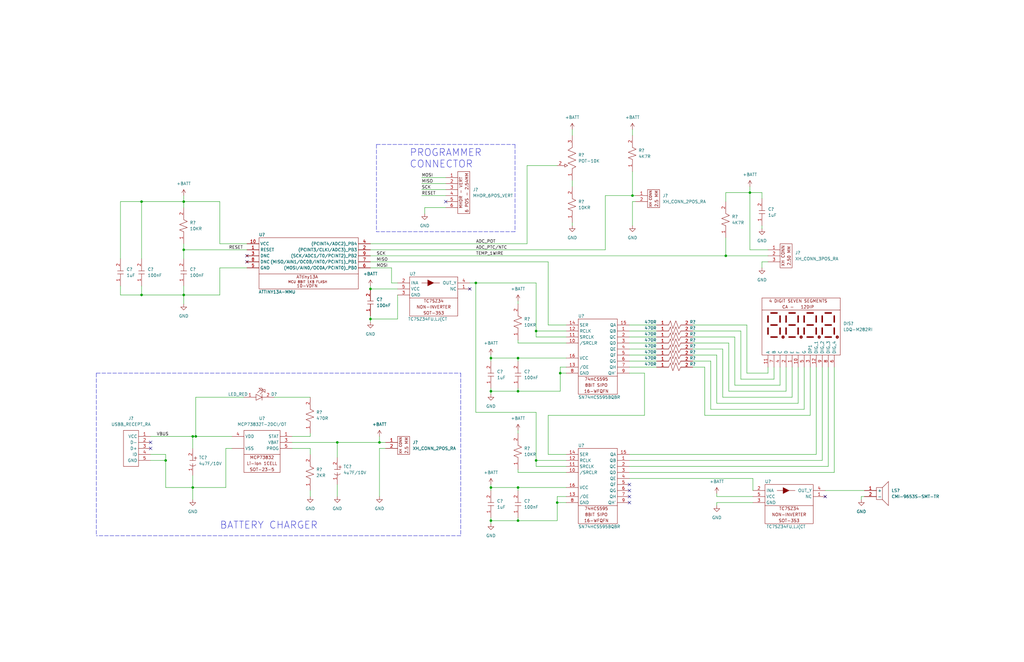
<source format=kicad_sch>
(kicad_sch (version 20211123) (generator eeschema)
  (paper "B")
  (title_block (title "Thermo Meter") (company "Siavash Taher Parvar") (comment 1 "Siavash Taher Parvar") (comment 2 "Siavash Taher Parvar") (comment 3 "Siavash Taher Parvar") (comment 8 "No Variant") (comment 9 "N/A"))
  (lib_symbols
    (symbol "10KR_1"
      (property "Reference" "R" (at 16.51 1.27 0))
      (property "Value" "10KR_1" (at -2.54 1.27 0))
      (symbol "10KR_1_0_1"
        (polyline (pts (xy 5.08 0) (xy 5.842 1.778) (xy 6.858 -1.524) (xy 8.128 1.778) (xy 9.398 -1.524) (xy 10.16 0)))
      )
      (symbol "10KR_1_1_1"
        (pin passive line (at 0 0 0) (length 5.08) (name "") (number "1"))
        (pin passive line (at 15.24 0 180) (length 5.08) (name "") (number "2"))
      )
    )
    (symbol "10KR_2"
      (property "Reference" "R" (at 16.51 1.27 0))
      (property "Value" "10KR_2" (at -2.54 1.27 0))
      (symbol "10KR_2_0_1"
        (polyline (pts (xy 5.08 0) (xy 5.842 1.778) (xy 6.858 -1.524) (xy 8.128 1.778) (xy 9.398 -1.524) (xy 10.16 0)))
      )
      (symbol "10KR_2_1_1"
        (pin passive line (at 0 0 0) (length 5.08) (name "") (number "1"))
        (pin passive line (at 15.24 0 180) (length 5.08) (name "") (number "2"))
      )
    )
    (symbol "10KR_3"
      (property "Reference" "R" (at 16.51 1.27 0))
      (property "Value" "10KR_3" (at -2.54 1.27 0))
      (symbol "10KR_3_0_1"
        (polyline (pts (xy 5.08 0) (xy 5.842 1.778) (xy 6.858 -1.524) (xy 8.128 1.778) (xy 9.398 -1.524) (xy 10.16 0)))
      )
      (symbol "10KR_3_1_1"
        (pin passive line (at 0 0 0) (length 5.08) (name "") (number "1"))
        (pin passive line (at 15.24 0 180) (length 5.08) (name "") (number "2"))
      )
    )
    (symbol "THERMOMeter_LIB:100nF"
      (property "Reference" "C" (at 1.27 6.35 0))
      (property "Value" "100nF" (at 3.81 -5.08 0))
      (symbol "100nF_0_1"
        (polyline (pts (xy -1.27 1.27) (xy 1.27 1.27)))
        (polyline (pts (xy -1.27 2.54) (xy 1.27 2.54)))
      )
      (symbol "100nF_1_1"
        (pin passive line (at 0 -3.81 90) (length 5.08) (name "") (number "1"))
        (pin passive line (at 0 7.62 270) (length 5.08) (name "") (number "2"))
      )
    )
    (symbol "THERMOMeter_LIB:10KR"
      (property "Reference" "R" (at 16.51 1.27 0))
      (property "Value" "10KR" (at -2.54 1.27 0))
      (symbol "10KR_0_1"
        (polyline (pts (xy 5.08 0) (xy 5.842 1.778) (xy 6.858 -1.524) (xy 8.128 1.778) (xy 9.398 -1.524) (xy 10.16 0)))
      )
      (symbol "10KR_1_1"
        (pin passive line (at 0 0 0) (length 5.08) (name "") (number "1"))
        (pin passive line (at 15.24 0 180) (length 5.08) (name "") (number "2"))
      )
    )
    (symbol "THERMOMeter_LIB:1uF"
      (property "Reference" "C" (at 1.27 3.81 0))
      (property "Value" "1uF" (at 1.27 -6.35 0))
      (symbol "1uF_0_1"
        (polyline (pts (xy -1.27 0) (xy 1.27 0)))
        (polyline (pts (xy -1.27 1.27) (xy 1.27 1.27)))
      )
      (symbol "1uF_1_1"
        (pin passive line (at 0 -5.08 90) (length 5.08) (name "") (number "1"))
        (pin passive line (at 0 6.35 270) (length 5.08) (name "") (number "2"))
      )
    )
    (symbol "THERMOMeter_LIB:2KR"
      (property "Reference" "R" (at 10.16 1.27 0))
      (property "Value" "2KR" (at -3.81 1.27 0))
      (symbol "2KR_0_1"
        (polyline (pts (xy 5.08 0) (xy 5.842 1.778) (xy 6.858 -1.524) (xy 8.128 1.778) (xy 9.398 -1.524) (xy 10.16 0)))
      )
      (symbol "2KR_1_1"
        (pin passive line (at 0 0 0) (length 5.08) (name "") (number "1"))
        (pin passive line (at 15.24 0 180) (length 5.08) (name "") (number "2"))
      )
    )
    (symbol "THERMOMeter_LIB:470R"
      (property "Reference" "R" (at 16.51 1.27 0))
      (property "Value" "470R" (at -2.54 1.27 0))
      (symbol "470R_0_1"
        (polyline (pts (xy 5.08 0) (xy 5.842 1.778) (xy 6.858 -1.524) (xy 8.128 1.778) (xy 9.398 -1.524) (xy 10.16 0)))
      )
      (symbol "470R_1_1"
        (pin passive line (at 0 0 0) (length 5.08) (name "") (number "1"))
        (pin passive line (at 15.24 0 180) (length 5.08) (name "") (number "2"))
      )
    )
    (symbol "THERMOMeter_LIB:4K7R"
      (property "Reference" "R" (at 0 0 0))
      (property "Value" "4K7R" (at 0 0 0))
      (symbol "4K7R_0_1"
        (polyline (pts (xy 6.35 0) (xy 7.112 1.778) (xy 8.128 -1.524) (xy 9.398 1.778) (xy 10.668 -1.524) (xy 11.43 0)))
      )
      (symbol "4K7R_1_1"
        (pin passive line (at 1.27 0 0) (length 5.08) (name "") (number "1"))
        (pin passive line (at 16.51 0 180) (length 5.08) (name "") (number "2"))
      )
    )
    (symbol "THERMOMeter_LIB:4u7F{slash}10V"
      (property "Reference" "TC" (at 6.35 2.54 0))
      (property "Value" "4u7F{slash}10V" (at 8.89 -2.54 0))
      (symbol "4u7F{slash}10V_0_0"
        (polyline (pts (xy 1.7747 2.2762) (xy 3.0447 2.2762)))
        (polyline (pts (xy 2.4222 1.6592) (xy 2.4222 2.9292)))
        (arc (start 0.0141 -0.5351) (mid 1.2841 -3.6013) (end 2.5541 -0.5351))
      )
      (symbol "4u7F{slash}10V_0_1"
        (polyline (pts (xy 0 1.27) (xy 2.54 1.27)))
      )
      (symbol "4u7F{slash}10V_1_1"
        (pin passive line (at 1.27 -5.08 90) (length 5.08) (name "") (number "1"))
        (pin passive line (at 1.27 6.35 270) (length 5.08) (name "") (number "2"))
      )
    )
    (symbol "THERMOMeter_LIB:ATTINY13A-MMU"
      (property "Reference" "U" (at 1.27 1.27 0))
      (property "Value" "ATTINY13A-MMU" (at 7.62 -22.86 0))
      (symbol "ATTINY13A-MMU_0_0"
        (text "10-VDFN" (at 20.32 -20.32 0) (effects (font (size 1.27 1.27))))
        (text "ATtiny13A" (at 20.32 -16.51 0) (effects (font (size 1.27 1.27))))
        (text "MCU 8BIT 1KB FLASH" (at 20.5135 -18.5967 0) (effects (font (size 1.016 1.016))))
      )
      (symbol "ATTINY13A-MMU_0_1"
        (polyline (pts (xy 41.91 -15.24) (xy 0 -15.24)))
        (rectangle (start 0 0) (end 41.91 -21.59))
      )
      (symbol "ATTINY13A-MMU_1_1"
        (pin passive line (at -5.08 -5.08 0) (length 5.08) (name "RESET") (number "1"))
        (pin power_in line (at -5.08 -2.54 0) (length 5.08) (name "VCC") (number "10"))
        (pin bidirectional line (at 46.99 -5.08 180) (length 5.08) (name "(PCINT3/CLKI/ADC3)_PB3") (number "2"))
        (pin no_connect line (at -5.08 -7.62 0) (length 5.08) (name "DNC") (number "3"))
        (pin bidirectional line (at 46.99 -2.54 180) (length 5.08) (name "(PCINT4/ADC2)_PB4") (number "4"))
        (pin power_in line (at -5.08 -12.7 0) (length 5.08) (name "GND") (number "5"))
        (pin bidirectional line (at 46.99 -12.7 180) (length 5.08) (name "(MOSI/AIN0/OC0A/PCINT0)_PB0") (number "6"))
        (pin bidirectional line (at 46.99 -10.16 180) (length 5.08) (name "(MISO/AIN1/OC0B/INT0/PCINT1)_PB1") (number "7"))
        (pin no_connect line (at -5.08 -10.16 0) (length 5.08) (name "DNC") (number "8"))
        (pin bidirectional line (at 46.99 -7.62 180) (length 5.08) (name "(SCK/ADC1/T0/PCINT2)_PB2") (number "9"))
      )
    )
    (symbol "THERMOMeter_LIB:CMI-9653S-SMT-TR"
      (property "Reference" "LS" (at 0 0 0))
      (property "Value" "CMI-9653S-SMT-TR" (at 11.43 5.08 0))
      (symbol "CMI-9653S-SMT-TR_0_0"
        (polyline (pts (xy 7.62 1.27) (xy 5.08 1.27) (xy 5.08 -3.81) (xy 7.62 -3.81)))
        (polyline (pts (xy 10.16 3.81) (xy 7.62 1.27) (xy 7.62 -3.81) (xy 10.16 -6.35) (xy 10.16 3.81)))
      )
      (symbol "CMI-9653S-SMT-TR_1_1"
        (pin output line (at 0 0 0) (length 5.08) (name "+") (number "1"))
        (pin output line (at 0 -2.54 0) (length 5.08) (name "-") (number "2"))
      )
    )
    (symbol "THERMOMeter_LIB:LDQ-M282RI"
      (property "Reference" "DIS" (at 2.54 3.81 0))
      (property "Value" "LDQ-M282RI" (at 5.08 6.35 0))
      (symbol "LDQ-M282RI_0_0"
        (polyline (pts (xy 0 -5.08) (xy 33.02 -5.08)))
        (polyline (pts (xy 2.54 -12.7) (xy 2.54 -15.24)) (stroke (width 0.635)))
        (polyline (pts (xy 2.54 -7.62) (xy 2.54 -10.16)) (stroke (width 0.635)))
        (polyline (pts (xy 3.81 -16.51) (xy 6.35 -16.51)) (stroke (width 0.635)))
        (polyline (pts (xy 3.81 -11.43) (xy 6.35 -11.43)) (stroke (width 0.635)))
        (polyline (pts (xy 3.81 -6.35) (xy 6.35 -6.35)) (stroke (width 0.635)))
        (polyline (pts (xy 7.62 -15.24) (xy 7.62 -12.7)) (stroke (width 0.635)))
        (polyline (pts (xy 7.62 -10.16) (xy 7.62 -7.62)) (stroke (width 0.635)))
        (polyline (pts (xy 10.16 -12.7) (xy 10.16 -15.24)) (stroke (width 0.635)))
        (polyline (pts (xy 10.16 -7.62) (xy 10.16 -10.16)) (stroke (width 0.635)))
        (polyline (pts (xy 11.43 -16.51) (xy 13.97 -16.51)) (stroke (width 0.635)))
        (polyline (pts (xy 11.43 -11.43) (xy 13.97 -11.43)) (stroke (width 0.635)))
        (polyline (pts (xy 11.43 -6.35) (xy 13.97 -6.35)) (stroke (width 0.635)))
        (polyline (pts (xy 15.24 -15.24) (xy 15.24 -12.7)) (stroke (width 0.635)))
        (polyline (pts (xy 15.24 -10.16) (xy 15.24 -7.62)) (stroke (width 0.635)))
        (polyline (pts (xy 17.78 -12.7) (xy 17.78 -15.24)) (stroke (width 0.635)))
        (polyline (pts (xy 17.78 -7.62) (xy 17.78 -10.16)) (stroke (width 0.635)))
        (polyline (pts (xy 19.05 -16.51) (xy 21.59 -16.51)) (stroke (width 0.635)))
        (polyline (pts (xy 19.05 -11.43) (xy 21.59 -11.43)) (stroke (width 0.635)))
        (polyline (pts (xy 19.05 -6.35) (xy 21.59 -6.35)) (stroke (width 0.635)))
        (polyline (pts (xy 22.86 -15.24) (xy 22.86 -12.7)) (stroke (width 0.635)))
        (polyline (pts (xy 22.86 -10.16) (xy 22.86 -7.62)) (stroke (width 0.635)))
        (polyline (pts (xy 25.4 -12.7) (xy 25.4 -15.24)) (stroke (width 0.635)))
        (polyline (pts (xy 25.4 -7.62) (xy 25.4 -10.16)) (stroke (width 0.635)))
        (polyline (pts (xy 26.67 -16.51) (xy 29.21 -16.51)) (stroke (width 0.635)))
        (polyline (pts (xy 26.67 -11.43) (xy 29.21 -11.43)) (stroke (width 0.635)))
        (polyline (pts (xy 26.67 -6.35) (xy 29.21 -6.35)) (stroke (width 0.635)))
        (polyline (pts (xy 30.48 -15.24) (xy 30.48 -12.7)) (stroke (width 0.635)))
        (polyline (pts (xy 30.48 -10.16) (xy 30.48 -7.62)) (stroke (width 0.635)))
        (rectangle (start 0 0) (end 33.02 -24.13))
        (circle (center 8.89 -16.51) (radius 0.4122) (stroke (width 0.508)))
        (circle (center 16.51 -16.51) (radius 0.4122) (stroke (width 0.508)))
        (circle (center 24.13 -16.51) (radius 0.4122) (stroke (width 0.508)))
        (circle (center 31.75 -16.51) (radius 0.4122) (stroke (width 0.508)))
        (text "4 DIGIT SEVEN SEGMENTS" (at 15.24 -1.27 0) (effects (font (size 1.27 1.27))))
        (text "CA -   12DIP" (at 15.24 -3.81 0) (effects (font (size 1.27 1.27))))
      )
      (symbol "LDQ-M282RI_1_1"
        (pin output line (at 12.7 -29.21 90) (length 5.08) (name "E") (number "1"))
        (pin output line (at 15.24 -29.21 90) (length 5.08) (name "F") (number "10"))
        (pin output line (at 2.54 -29.21 90) (length 5.08) (name "A") (number "11"))
        (pin power_in line (at 22.86 -29.21 90) (length 5.08) (name "DIG_1") (number "12"))
        (pin output line (at 10.16 -29.21 90) (length 5.08) (name "D") (number "2"))
        (pin output line (at 20.32 -29.21 90) (length 5.08) (name "DP1") (number "3"))
        (pin output line (at 7.62 -29.21 90) (length 5.08) (name "C") (number "4"))
        (pin output line (at 17.78 -29.21 90) (length 5.08) (name "G") (number "5"))
        (pin power_in line (at 30.48 -29.21 90) (length 5.08) (name "DIG_4") (number "6"))
        (pin output line (at 5.08 -29.21 90) (length 5.08) (name "B") (number "7"))
        (pin power_in line (at 27.94 -29.21 90) (length 5.08) (name "DIG_3") (number "8"))
        (pin power_in line (at 25.4 -29.21 90) (length 5.08) (name "DIG_2") (number "9"))
      )
    )
    (symbol "THERMOMeter_LIB:LED_RED"
      (property "Reference" "D" (at 20.32 1.27 0))
      (property "Value" "LED_RED" (at -7.62 1.27 0))
      (symbol "LED_RED_0_0"
        (polyline (pts (xy 5.6603 1.868) (xy 6.9303 3.138)))
        (polyline (pts (xy 6.8627 1.3551) (xy 8.1327 2.6251)))
        (polyline (pts (xy 7.62 1.27) (xy 7.62 -1.27)))
        (polyline (pts (xy 5.08 1.27) (xy 5.08 -1.27) (xy 7.62 0) (xy 5.08 1.27)))
        (polyline (pts (xy 6.35 3.81) (xy 7.62 2.54) (xy 7.62 3.81) (xy 6.35 3.81)))
        (polyline (pts (xy 7.6408 3.2826) (xy 8.9108 2.0126) (xy 8.9108 3.2826) (xy 7.6408 3.2826)))
      )
      (symbol "LED_RED_1_1"
        (pin passive line (at 0 0 0) (length 5.08) (name "") (number "1"))
        (pin passive line (at 12.7 0 180) (length 5.08) (name "") (number "2"))
      )
    )
    (symbol "THERMOMeter_LIB:MCP73832T-2DCI{slash}OT"
      (property "Reference" "U" (at 1.27 6.35 0))
      (property "Value" "MCP73832T-2DCI{slash}OT" (at 6.35 3.81 0))
      (symbol "MCP73832T-2DCI{slash}OT_0_0"
        (polyline (pts (xy 15.24 -10.16) (xy 0 -10.16)))
        (rectangle (start 0 0) (end 15.24 -17.78))
        (text "Li-Ion 1CELL" (at 7.62 -13.97 0) (effects (font (size 1.27 1.27))))
        (text "MCP73832" (at 7.62 -11.43 0) (effects (font (size 1.27 1.27))))
        (text "SOT-23-5" (at 7.62 -16.51 0) (effects (font (size 1.27 1.27))))
      )
      (symbol "MCP73832T-2DCI{slash}OT_1_1"
        (pin power_out line (at -5.08 -7.62 0) (length 5.08) (name "VSS") (number ""))
        (pin output line (at 20.32 -2.54 180) (length 5.08) (name "STAT") (number "1"))
        (pin power_out line (at 20.32 -5.08 180) (length 5.08) (name "VBAT") (number "3"))
        (pin power_in line (at -5.08 -2.54 0) (length 5.08) (name "VDD") (number "4"))
        (pin passive line (at 20.32 -7.62 180) (length 5.08) (name "PROG") (number "5"))
      )
    )
    (symbol "THERMOMeter_LIB:MHDR_6POS_VERT"
      (property "Reference" "J" (at 0 11.43 0))
      (property "Value" "MHDR_6POS_VERT" (at 5.08 8.89 0))
      (symbol "MHDR_6POS_VERT_0_0"
        (rectangle (start 0 0) (end 5.08 -17.78))
        (text "6 POS - 2.54MM" (at 3.81 -8.89 900) (effects (font (size 1.27 1.27))))
        (text "MHDR - VERT" (at 1.27 -8.89 900) (effects (font (size 1.27 1.27))))
      )
      (symbol "MHDR_6POS_VERT_1_1"
        (pin passive line (at -5.08 -2.54 0) (length 5.08) (name "") (number "1"))
        (pin passive line (at -5.08 -5.08 0) (length 5.08) (name "") (number "2"))
        (pin passive line (at -5.08 -7.62 0) (length 5.08) (name "") (number "3"))
        (pin passive line (at -5.08 -10.16 0) (length 5.08) (name "") (number "4"))
        (pin passive line (at -5.08 -12.7 0) (length 5.08) (name "") (number "5"))
        (pin passive line (at -5.08 -15.24 0) (length 5.08) (name "") (number "6"))
      )
    )
    (symbol "THERMOMeter_LIB:POT-10K"
      (property "Reference" "R" (at 19.05 1.27 0))
      (property "Value" "POT-10K" (at -3.81 1.27 0))
      (symbol "POT-10K_0_0"
        (polyline (pts (xy 6.35 -3.81) (xy 6.35 -3.175)))
        (polyline (pts (xy 5.715 -3.175) (xy 6.35 -1.905) (xy 6.985 -3.175) (xy 5.715 -3.175)))
      )
      (symbol "POT-10K_0_1"
        (polyline (pts (xy 10.795 0) (xy 10.033 -1.778) (xy 8.636 1.524) (xy 7.366 -1.778) (xy 5.842 1.524) (xy 5.08 0)))
        (polyline (pts (xy 13.97 0) (xy 13.97 0) (xy 13.97 0) (xy 12.8274 -1.7727) (xy 11.4743 1.5517) (xy 10.795 0)))
      )
      (symbol "POT-10K_1_1"
        (pin passive line (at 0 0 0) (length 5.08) (name "") (number "1"))
        (pin passive line (at 6.35 -6.35 90) (length 2.54) (name "") (number "2"))
        (pin passive line (at 19.05 0 180) (length 5.08) (name "") (number "3"))
      )
    )
    (symbol "THERMOMeter_LIB:SN74HCS595BQBR"
      (property "Reference" "U" (at 1.27 1.27 0))
      (property "Value" "SN74HCS595BQBR" (at 8.89 -33.02 0))
      (symbol "SN74HCS595BQBR_0_0"
        (polyline (pts (xy 0 -24.13) (xy 16.51 -24.13)))
        (rectangle (start 0 0) (end 16.51 -31.75))
        (text "16-WFQFN" (at 7.62 -30.48 0) (effects (font (size 1.27 1.27))))
        (text "74HCS595" (at 7.62 -25.4 0) (effects (font (size 1.27 1.27))))
        (text "8BIT SIPO" (at 7.62 -27.94 0) (effects (font (size 1.27 1.27))))
      )
      (symbol "SN74HCS595BQBR_1_1"
        (pin output line (at 21.59 -5.08 180) (length 5.08) (name "QB") (number "1"))
        (pin input line (at -5.08 -10.16 0) (length 5.08) (name "/SRCLR") (number "10"))
        (pin input line (at -5.08 -7.62 0) (length 5.08) (name "SRCLK") (number "11"))
        (pin input line (at -5.08 -5.08 0) (length 5.08) (name "RCLK") (number "12"))
        (pin input line (at -5.08 -20.32 0) (length 5.08) (name "/OE") (number "13"))
        (pin input line (at -5.08 -2.54 0) (length 5.08) (name "SER") (number "14"))
        (pin output line (at 21.59 -2.54 180) (length 5.08) (name "QA") (number "15"))
        (pin power_in line (at -5.08 -16.51 0) (length 5.08) (name "VCC") (number "16"))
        (pin output line (at 21.59 -7.62 180) (length 5.08) (name "QC") (number "2"))
        (pin output line (at 21.59 -10.16 180) (length 5.08) (name "QD") (number "3"))
        (pin output line (at 21.59 -12.7 180) (length 5.08) (name "QE") (number "4"))
        (pin output line (at 21.59 -15.24 180) (length 5.08) (name "QF") (number "5"))
        (pin output line (at 21.59 -17.78 180) (length 5.08) (name "QG") (number "6"))
        (pin output line (at 21.59 -20.32 180) (length 5.08) (name "QH") (number "7"))
        (pin power_out line (at -5.08 -22.86 0) (length 5.08) (name "GND") (number "8"))
        (pin output line (at 21.59 -22.86 180) (length 5.08) (name "QH'") (number "9"))
      )
    )
    (symbol "THERMOMeter_LIB:TC7SZ34FU,LJ(CT"
      (property "Reference" "U" (at 0 1.27 0))
      (property "Value" "TC7SZ34FU,LJ(CT" (at 7.62 -17.78 0))
      (symbol "TC7SZ34FU,LJ(CT_0_0"
        (polyline (pts (xy 0 -8.89) (xy 20.32 -8.89)))
        (polyline (pts (xy 7.62 -2.54) (xy 5.08 -2.54)))
        (polyline (pts (xy 10.16 -2.54) (xy 12.7 -2.54)))
        (polyline (pts (xy 7.62 -1.27) (xy 7.62 -3.81) (xy 10.16 -2.54) (xy 7.62 -1.27)) (fill (type outline)))
        (rectangle (start 0 0) (end 20.32 -16.51))
        (text "NON-INVERTER" (at 10.16 -12.7 0) (effects (font (size 1.27 1.27))))
        (text "SOT-353" (at 10.16 -15.24 0) (effects (font (size 1.27 1.27))))
        (text "TC7SZ34" (at 10.16 -10.16 0) (effects (font (size 1.27 1.27))))
      )
      (symbol "TC7SZ34FU,LJ(CT_1_1"
        (pin no_connect line (at 25.4 -5.08 180) (length 5.08) (name "NC") (number "1"))
        (pin input line (at -5.08 -2.54 0) (length 5.08) (name "INA") (number "2"))
        (pin power_out line (at -5.08 -7.62 0) (length 5.08) (name "GND") (number "3"))
        (pin output line (at 25.4 -2.54 180) (length 5.08) (name "OUT_Y") (number "4"))
        (pin power_in line (at -5.08 -5.08 0) (length 5.08) (name "VCC") (number "5"))
      )
    )
    (symbol "THERMOMeter_LIB:USBB_RECEPT_RA"
      (property "Reference" "J" (at 15.24 7.62 0))
      (property "Value" "USBB_RECEPT_RA" (at 6.35 7.62 0))
      (symbol "USBB_RECEPT_RA_0_0"
        (rectangle (start 0 0) (end 6.35 -15.24))
      )
      (symbol "USBB_RECEPT_RA_1_1"
        (pin power_in line (at 11.43 -2.54 180) (length 5.08) (name "VCC") (number "1"))
        (pin bidirectional line (at 11.43 -5.08 180) (length 5.08) (name "D-") (number "2"))
        (pin bidirectional line (at 11.43 -7.62 180) (length 5.08) (name "D+") (number "3"))
        (pin passive line (at 11.43 -10.16 180) (length 5.08) (name "ID") (number "4"))
        (pin power_out line (at 11.43 -12.7 180) (length 5.08) (name "GND") (number "5"))
      )
    )
    (symbol "THERMOMeter_LIB:XH_CONN_2POS_RA"
      (property "Reference" "J" (at 2.54 5.08 0))
      (property "Value" "XH_CONN_2POS_RA" (at 1.27 12.7 0))
      (symbol "XH_CONN_2POS_RA_0_0"
        (text "2.5 MM" (at 3.81 -3.81 900) (effects (font (size 1.27 1.27))))
        (text "XH CONN" (at 1.27 -3.81 900) (effects (font (size 1.016 1.016))))
      )
      (symbol "XH_CONN_2POS_RA_0_1"
        (rectangle (start 0 0) (end 5.08 -7.62))
      )
      (symbol "XH_CONN_2POS_RA_1_1"
        (pin passive line (at -5.08 -2.54 0) (length 5.08) (name "") (number "1"))
        (pin passive line (at -5.08 -5.08 0) (length 5.08) (name "") (number "2"))
      )
    )
    (symbol "THERMOMeter_LIB:XH_CONN_3POS_RA"
      (property "Reference" "J" (at 12.7 6.35 0))
      (property "Value" "XH_CONN_3POS_RA" (at -8.89 5.08 0))
      (symbol "XH_CONN_3POS_RA_0_0"
        (rectangle (start 0 0) (end 5.08 -10.16))
        (text "2.50 MM" (at 3.81 -5.08 900) (effects (font (size 1.27 1.27))))
        (text "XH CONN" (at 1.27 -5.08 900) (effects (font (size 1.27 1.27))))
      )
      (symbol "XH_CONN_3POS_RA_1_1"
        (pin passive line (at -5.08 -2.54 0) (length 5.08) (name "") (number "1"))
        (pin passive line (at -5.08 -5.08 0) (length 5.08) (name "") (number "2"))
        (pin passive line (at -5.08 -7.62 0) (length 5.08) (name "") (number "3"))
      )
    )
    (symbol "power:+BATT" (power) (pin_names (offset 0))
      (property "Value" "+BATT" (at 0 3.556 0))
      (symbol "+BATT_0_1"
        (polyline (pts (xy -0.762 1.27) (xy 0 2.54)))
        (polyline (pts (xy 0 0) (xy 0 2.54)))
        (polyline (pts (xy 0 2.54) (xy 0.762 1.27)))
      )
      (symbol "+BATT_1_1"
        (pin power_in line (at 0 0 90) (length 0) hide (name "+BATT") (number "1"))
      )
    )
    (symbol "power:GND" (power) (pin_names (offset 0))
      (property "Value" "GND" (at 0 -3.81 0))
      (symbol "GND_0_1"
        (polyline (pts (xy 0 0) (xy 0 -1.27) (xy 1.27 -1.27) (xy 0 -2.54) (xy -1.27 -1.27) (xy 0 -1.27)))
      )
      (symbol "GND_1_1"
        (pin power_in line (at 0 0 270) (length 0) hide (name "GND") (number "1"))
      )
    )
  )
  (junction (at 218.44 205.74))
  (junction (at 226.06 194.31))
  (junction (at 218.44 165.1))
  (junction (at 207.01 151.13))
  (junction (at 82.55 184.15))
  (junction (at 207.01 219.71))
  (junction (at 81.28 184.15))
  (junction (at 306.07 107.95))
  (junction (at 160.02 186.69))
  (junction (at 156.21 134.62))
  (junction (at 218.44 151.13))
  (junction (at 234.95 212.09))
  (junction (at 59.69 85.09))
  (junction (at 77.47 85.09))
  (junction (at 207.01 205.74))
  (junction (at 226.06 139.7))
  (junction (at 266.7 82.55))
  (junction (at 77.47 124.46))
  (junction (at 316.23 81.28))
  (junction (at 218.44 219.71))
  (junction (at 69.85 194.31))
  (junction (at 236.22 157.48))
  (junction (at 200.66 119.38))
  (junction (at 59.69 124.46))
  (junction (at 207.01 165.1))
  (junction (at 142.24 186.69))
  (junction (at 77.47 105.41))
  (junction (at 156.21 121.92))
  (junction (at 81.28 205.74))
  (no_connect (at 198.12 121.92))
  (no_connect (at 187.96 85.09))
  (no_connect (at 265.43 204.47))
  (no_connect (at 265.43 207.01))
  (no_connect (at 265.43 209.55))
  (no_connect (at 265.43 212.09))
  (no_connect (at 104.14 107.95))
  (no_connect (at 104.14 110.49))
  (no_connect (at 63.5 186.69))
  (no_connect (at 63.5 189.23))
  (no_connect (at 347.98 209.55))
  (wire (pts (xy 234.95 209.55) (xy 234.95 212.09)))
  (wire (pts (xy 130.81 184.15) (xy 130.81 182.88)))
  (wire (pts (xy 231.14 175.26) (xy 231.14 191.77)))
  (wire (pts (xy 317.5 201.93) (xy 317.5 207.01)))
  (wire (pts (xy 77.47 124.46) (xy 77.47 128.27)))
  (wire (pts (xy 63.5 194.31) (xy 69.85 194.31)))
  (wire (pts (xy 336.55 154.94) (xy 336.55 170.18)))
  (wire (pts (xy 321.31 113.03) (xy 321.31 110.49)))
  (wire (pts (xy 238.76 137.16) (xy 231.14 137.16)))
  (wire (pts (xy 59.69 85.09) (xy 77.47 85.09)))
  (wire (pts (xy 241.3 93.98) (xy 241.3 95.25)))
  (wire (pts (xy 344.17 191.77) (xy 265.43 191.77)))
  (wire (pts (xy 59.69 109.22) (xy 59.69 85.09)))
  (polyline (pts (xy 158.75 60.96) (xy 158.75 97.79)))
  (wire (pts (xy 238.76 212.09) (xy 234.95 212.09)))
  (wire (pts (xy 95.25 189.23) (xy 95.25 205.74)))
  (wire (pts (xy 292.1 154.94) (xy 297.18 154.94)))
  (wire (pts (xy 302.26 212.09) (xy 317.5 212.09)))
  (wire (pts (xy 207.01 205.74) (xy 218.44 205.74)))
  (wire (pts (xy 156.21 110.49) (xy 231.14 110.49)))
  (wire (pts (xy 177.8 82.55) (xy 187.96 82.55)))
  (polyline (pts (xy 40.64 157.48) (xy 194.31 157.48)))
  (wire (pts (xy 142.24 186.69) (xy 142.24 193.04)))
  (wire (pts (xy 177.8 77.47) (xy 187.96 77.47)))
  (wire (pts (xy 200.66 173.99) (xy 200.66 119.38)))
  (wire (pts (xy 187.96 87.63) (xy 179.07 87.63)))
  (wire (pts (xy 265.43 139.7) (xy 276.86 139.7)))
  (wire (pts (xy 69.85 194.31) (xy 69.85 205.74)))
  (wire (pts (xy 238.76 199.39) (xy 218.44 199.39)))
  (wire (pts (xy 351.79 199.39) (xy 351.79 154.94)))
  (wire (pts (xy 218.44 151.13) (xy 207.01 151.13)))
  (wire (pts (xy 316.23 81.28) (xy 316.23 105.41)))
  (wire (pts (xy 81.28 205.74) (xy 81.28 210.82)))
  (wire (pts (xy 302.26 208.28) (xy 302.26 209.55)))
  (wire (pts (xy 115.57 167.64) (xy 130.81 167.64)))
  (polyline (pts (xy 40.64 157.48) (xy 40.64 226.06)))
  (wire (pts (xy 292.1 147.32) (xy 304.8 147.32)))
  (wire (pts (xy 160.02 186.69) (xy 142.24 186.69)))
  (wire (pts (xy 77.47 82.55) (xy 77.47 85.09)))
  (wire (pts (xy 297.18 175.26) (xy 341.63 175.26)))
  (wire (pts (xy 328.93 162.56) (xy 328.93 154.94)))
  (wire (pts (xy 200.66 119.38) (xy 226.06 119.38)))
  (wire (pts (xy 292.1 142.24) (xy 309.88 142.24)))
  (wire (pts (xy 292.1 137.16) (xy 314.96 137.16)))
  (wire (pts (xy 238.76 151.13) (xy 218.44 151.13)))
  (wire (pts (xy 165.1 113.03) (xy 165.1 119.38)))
  (wire (pts (xy 306.07 100.33) (xy 306.07 107.95)))
  (wire (pts (xy 130.81 207.01) (xy 130.81 209.55)))
  (wire (pts (xy 82.55 167.64) (xy 102.87 167.64)))
  (wire (pts (xy 162.56 186.69) (xy 160.02 186.69)))
  (wire (pts (xy 265.43 152.4) (xy 276.86 152.4)))
  (wire (pts (xy 321.31 110.49) (xy 323.85 110.49)))
  (wire (pts (xy 314.96 137.16) (xy 314.96 157.48)))
  (wire (pts (xy 238.76 191.77) (xy 231.14 191.77)))
  (wire (pts (xy 218.44 144.78) (xy 238.76 144.78)))
  (wire (pts (xy 50.8 109.22) (xy 50.8 85.09)))
  (wire (pts (xy 81.28 184.15) (xy 82.55 184.15)))
  (wire (pts (xy 226.06 139.7) (xy 226.06 142.24)))
  (wire (pts (xy 156.21 121.92) (xy 156.21 120.65)))
  (wire (pts (xy 207.01 165.1) (xy 207.01 166.37)))
  (wire (pts (xy 302.26 170.18) (xy 336.55 170.18)))
  (wire (pts (xy 236.22 154.94) (xy 236.22 157.48)))
  (wire (pts (xy 92.71 124.46) (xy 77.47 124.46)))
  (wire (pts (xy 299.72 172.72) (xy 339.09 172.72)))
  (wire (pts (xy 160.02 184.15) (xy 160.02 186.69)))
  (wire (pts (xy 306.07 107.95) (xy 323.85 107.95)))
  (wire (pts (xy 302.26 212.09) (xy 302.26 213.36)))
  (wire (pts (xy 316.23 78.74) (xy 316.23 81.28)))
  (wire (pts (xy 344.17 154.94) (xy 344.17 191.77)))
  (wire (pts (xy 265.43 194.31) (xy 346.71 194.31)))
  (wire (pts (xy 363.22 209.55) (xy 363.22 210.82)))
  (wire (pts (xy 207.01 219.71) (xy 207.01 218.44)))
  (wire (pts (xy 142.24 204.47) (xy 142.24 209.55)))
  (wire (pts (xy 207.01 151.13) (xy 207.01 152.4)))
  (wire (pts (xy 292.1 152.4) (xy 299.72 152.4)))
  (wire (pts (xy 309.88 162.56) (xy 328.93 162.56)))
  (wire (pts (xy 81.28 189.23) (xy 81.28 184.15)))
  (wire (pts (xy 81.28 200.66) (xy 81.28 205.74)))
  (wire (pts (xy 226.06 173.99) (xy 200.66 173.99)))
  (wire (pts (xy 231.14 110.49) (xy 231.14 137.16)))
  (polyline (pts (xy 194.31 226.06) (xy 40.64 226.06)))
  (wire (pts (xy 77.47 105.41) (xy 77.47 109.22)))
  (wire (pts (xy 226.06 139.7) (xy 238.76 139.7)))
  (wire (pts (xy 167.64 124.46) (xy 167.64 134.62)))
  (wire (pts (xy 236.22 165.1) (xy 218.44 165.1)))
  (wire (pts (xy 63.5 191.77) (xy 69.85 191.77)))
  (polyline (pts (xy 217.17 97.79) (xy 158.75 97.79)))
  (wire (pts (xy 160.02 189.23) (xy 162.56 189.23)))
  (wire (pts (xy 104.14 105.41) (xy 77.47 105.41)))
  (wire (pts (xy 238.76 154.94) (xy 236.22 154.94)))
  (wire (pts (xy 266.7 82.55) (xy 267.97 82.55)))
  (wire (pts (xy 123.19 186.69) (xy 142.24 186.69)))
  (wire (pts (xy 218.44 143.51) (xy 218.44 144.78)))
  (wire (pts (xy 266.7 54.61) (xy 266.7 57.15)))
  (wire (pts (xy 50.8 85.09) (xy 59.69 85.09)))
  (wire (pts (xy 218.44 151.13) (xy 218.44 152.4)))
  (wire (pts (xy 156.21 134.62) (xy 156.21 135.89)))
  (wire (pts (xy 292.1 144.78) (xy 307.34 144.78)))
  (wire (pts (xy 241.3 54.61) (xy 241.3 57.15)))
  (wire (pts (xy 165.1 119.38) (xy 167.64 119.38)))
  (wire (pts (xy 267.97 85.09) (xy 266.7 85.09)))
  (wire (pts (xy 222.25 102.87) (xy 156.21 102.87)))
  (wire (pts (xy 265.43 142.24) (xy 276.86 142.24)))
  (wire (pts (xy 266.7 72.39) (xy 266.7 82.55)))
  (wire (pts (xy 321.31 83.82) (xy 321.31 81.28)))
  (wire (pts (xy 59.69 124.46) (xy 77.47 124.46)))
  (wire (pts (xy 292.1 139.7) (xy 312.42 139.7)))
  (wire (pts (xy 104.14 102.87) (xy 92.71 102.87)))
  (wire (pts (xy 234.95 219.71) (xy 218.44 219.71)))
  (wire (pts (xy 82.55 167.64) (xy 82.55 184.15)))
  (wire (pts (xy 218.44 163.83) (xy 218.44 165.1)))
  (wire (pts (xy 299.72 152.4) (xy 299.72 172.72)))
  (wire (pts (xy 349.25 196.85) (xy 349.25 154.94)))
  (wire (pts (xy 226.06 194.31) (xy 238.76 194.31)))
  (wire (pts (xy 265.43 157.48) (xy 271.78 157.48)))
  (wire (pts (xy 177.8 80.01) (xy 187.96 80.01)))
  (wire (pts (xy 198.12 119.38) (xy 200.66 119.38)))
  (wire (pts (xy 167.64 121.92) (xy 156.21 121.92)))
  (wire (pts (xy 222.25 69.85) (xy 222.25 102.87)))
  (wire (pts (xy 97.79 189.23) (xy 95.25 189.23)))
  (wire (pts (xy 123.19 189.23) (xy 130.81 189.23)))
  (wire (pts (xy 331.47 165.1) (xy 331.47 154.94)))
  (wire (pts (xy 207.01 149.86) (xy 207.01 151.13)))
  (wire (pts (xy 255.27 82.55) (xy 266.7 82.55)))
  (wire (pts (xy 156.21 134.62) (xy 167.64 134.62)))
  (wire (pts (xy 238.76 209.55) (xy 234.95 209.55)))
  (wire (pts (xy 222.25 69.85) (xy 234.95 69.85)))
  (wire (pts (xy 312.42 160.02) (xy 326.39 160.02)))
  (wire (pts (xy 265.43 144.78) (xy 276.86 144.78)))
  (wire (pts (xy 265.43 154.94) (xy 276.86 154.94)))
  (wire (pts (xy 347.98 207.01) (xy 364.49 207.01)))
  (wire (pts (xy 238.76 157.48) (xy 236.22 157.48)))
  (wire (pts (xy 364.49 209.55) (xy 363.22 209.55)))
  (wire (pts (xy 59.69 120.65) (xy 59.69 124.46)))
  (wire (pts (xy 77.47 124.46) (xy 77.47 120.65)))
  (wire (pts (xy 306.07 81.28) (xy 316.23 81.28)))
  (wire (pts (xy 50.8 120.65) (xy 50.8 124.46)))
  (wire (pts (xy 341.63 175.26) (xy 341.63 154.94)))
  (wire (pts (xy 304.8 147.32) (xy 304.8 167.64)))
  (wire (pts (xy 302.26 149.86) (xy 302.26 170.18)))
  (wire (pts (xy 50.8 124.46) (xy 59.69 124.46)))
  (wire (pts (xy 321.31 95.25) (xy 321.31 96.52)))
  (wire (pts (xy 218.44 218.44) (xy 218.44 219.71)))
  (wire (pts (xy 271.78 157.48) (xy 271.78 175.26)))
  (wire (pts (xy 77.47 85.09) (xy 77.47 87.63)))
  (wire (pts (xy 346.71 194.31) (xy 346.71 154.94)))
  (wire (pts (xy 95.25 205.74) (xy 81.28 205.74)))
  (wire (pts (xy 92.71 85.09) (xy 77.47 85.09)))
  (wire (pts (xy 321.31 81.28) (xy 316.23 81.28)))
  (wire (pts (xy 265.43 137.16) (xy 276.86 137.16)))
  (wire (pts (xy 104.14 113.03) (xy 92.71 113.03)))
  (wire (pts (xy 314.96 157.48) (xy 323.85 157.48)))
  (wire (pts (xy 207.01 219.71) (xy 207.01 220.98)))
  (wire (pts (xy 312.42 139.7) (xy 312.42 160.02)))
  (wire (pts (xy 218.44 127) (xy 218.44 128.27)))
  (wire (pts (xy 82.55 184.15) (xy 97.79 184.15)))
  (wire (pts (xy 207.01 204.47) (xy 207.01 205.74)))
  (wire (pts (xy 226.06 173.99) (xy 226.06 194.31)))
  (wire (pts (xy 92.71 102.87) (xy 92.71 85.09)))
  (polyline (pts (xy 158.75 60.96) (xy 217.17 60.96)))
  (wire (pts (xy 266.7 85.09) (xy 266.7 95.25)))
  (wire (pts (xy 156.21 107.95) (xy 306.07 107.95)))
  (wire (pts (xy 292.1 149.86) (xy 302.26 149.86)))
  (wire (pts (xy 304.8 167.64) (xy 334.01 167.64)))
  (wire (pts (xy 130.81 189.23) (xy 130.81 191.77)))
  (wire (pts (xy 316.23 105.41) (xy 323.85 105.41)))
  (wire (pts (xy 77.47 105.41) (xy 77.47 102.87)))
  (wire (pts (xy 207.01 165.1) (xy 207.01 163.83)))
  (wire (pts (xy 265.43 147.32) (xy 276.86 147.32)))
  (wire (pts (xy 238.76 205.74) (xy 218.44 205.74)))
  (wire (pts (xy 69.85 205.74) (xy 81.28 205.74)))
  (wire (pts (xy 339.09 172.72) (xy 339.09 154.94)))
  (wire (pts (xy 234.95 212.09) (xy 234.95 219.71)))
  (wire (pts (xy 177.8 74.93) (xy 187.96 74.93)))
  (wire (pts (xy 334.01 167.64) (xy 334.01 154.94)))
  (wire (pts (xy 297.18 154.94) (xy 297.18 175.26)))
  (wire (pts (xy 156.21 113.03) (xy 165.1 113.03)))
  (wire (pts (xy 238.76 142.24) (xy 226.06 142.24)))
  (wire (pts (xy 218.44 165.1) (xy 207.01 165.1)))
  (wire (pts (xy 179.07 87.63) (xy 179.07 90.17)))
  (wire (pts (xy 323.85 157.48) (xy 323.85 154.94)))
  (wire (pts (xy 218.44 198.12) (xy 218.44 199.39)))
  (wire (pts (xy 307.34 165.1) (xy 331.47 165.1)))
  (wire (pts (xy 307.34 144.78) (xy 307.34 165.1)))
  (wire (pts (xy 265.43 201.93) (xy 317.5 201.93)))
  (wire (pts (xy 218.44 219.71) (xy 207.01 219.71)))
  (polyline (pts (xy 194.31 157.48) (xy 194.31 226.06)))
  (wire (pts (xy 160.02 209.55) (xy 160.02 189.23)))
  (wire (pts (xy 226.06 119.38) (xy 226.06 139.7)))
  (wire (pts (xy 306.07 85.09) (xy 306.07 81.28)))
  (wire (pts (xy 265.43 149.86) (xy 276.86 149.86)))
  (wire (pts (xy 265.43 196.85) (xy 349.25 196.85)))
  (wire (pts (xy 63.5 184.15) (xy 81.28 184.15)))
  (polyline (pts (xy 217.17 60.96) (xy 217.17 97.79)))
  (wire (pts (xy 302.26 209.55) (xy 317.5 209.55)))
  (wire (pts (xy 265.43 199.39) (xy 351.79 199.39)))
  (wire (pts (xy 226.06 196.85) (xy 226.06 194.31)))
  (wire (pts (xy 156.21 134.62) (xy 156.21 133.35)))
  (wire (pts (xy 218.44 181.61) (xy 218.44 182.88)))
  (wire (pts (xy 238.76 196.85) (xy 226.06 196.85)))
  (wire (pts (xy 69.85 191.77) (xy 69.85 194.31)))
  (wire (pts (xy 236.22 157.48) (xy 236.22 165.1)))
  (wire (pts (xy 255.27 105.41) (xy 255.27 82.55)))
  (wire (pts (xy 231.14 175.26) (xy 271.78 175.26)))
  (wire (pts (xy 326.39 160.02) (xy 326.39 154.94)))
  (wire (pts (xy 123.19 184.15) (xy 130.81 184.15)))
  (wire (pts (xy 218.44 205.74) (xy 218.44 207.01)))
  (wire (pts (xy 92.71 113.03) (xy 92.71 124.46)))
  (wire (pts (xy 241.3 76.2) (xy 241.3 78.74)))
  (wire (pts (xy 309.88 142.24) (xy 309.88 162.56)))
  (wire (pts (xy 156.21 105.41) (xy 255.27 105.41)))
  (wire (pts (xy 207.01 207.01) (xy 207.01 205.74)))
  (text "BATTERY CHARGER" (at 92.71 223.52 0) (effects (font (size 3 3)) (justify left bottom)))
  (text "PROGRAMMER\nCONNECTOR" (at 172.72 71.12 0) (effects (font (size 3 3)) (justify left bottom)))
  (label "TEMP_1WIRE" (at 200.66 107.95 0))
  (label "SCK" (at 177.8 80.01 0))
  (label "RESET" (at 177.8 82.55 0))
  (label "MISO" (at 158.75 110.49 0))
  (label "ADC_PTC{slash}NTC" (at 200.66 105.41 0))
  (label "SCK" (at 158.75 107.95 0))
  (label "VBUS" (at 66.04 184.15 0))
  (label "ADC_POT" (at 200.66 102.87 0))
  (label "MISO" (at 177.8 77.47 0))
  (label "MOSI" (at 158.75 113.03 0))
  (label "RESET" (at 96.52 105.41 0))
  (label "MOSI" (at 177.8 74.93 0))
  (symbol (lib_id "THERMOMeter_LIB:470R") (at 276.86 142.24 0) (unit 1)
    (property "Reference" "R?" (at 292.1 140.97 0))
    (property "Value" "470R" (at 274.32 140.97 0))
    (property "Datasheet" "https://www.seielect.com/catalog/sei-rmcf_rmcp.pdf" (effects hide))
  )
  (symbol (lib_id "THERMOMeter_LIB:2KR") (at 130.81 207.01 90) (unit 1)
    (property "Reference" "R?" (at 133.35 198.1199 90) (effects (justify right)))
    (property "Value" "2KR" (at 133.35 200.6599 90) (effects (justify right)))
    (property "Datasheet" "https://www.seielect.com/catalog/sei-rmcf_rmcp.pdf" (effects hide))
  )
  (symbol (lib_id "THERMOMeter_LIB:CMI-9653S-SMT-TR") (at 364.49 207.01 0) (unit 1)
    (property "Reference" "LS?" (at 375.92 207.0099 0) (effects (justify left)))
    (property "Value" "CMI-9653S-SMT-TR" (at 375.92 209.5499 0) (effects (justify left)))
    (property "Datasheet" "https://www.cuidevices.com/product/resource/cmi-9653s-smt-tr.pdf" (effects hide))
  )
  (symbol (lib_id "THERMOMeter_LIB:XH_CONN_2POS_RA") (at 273.05 80.01 0) (unit 1)
    (property "Reference" "J?" (at 279.4 82.5499 0) (effects (justify left)))
    (property "Value" "XH_CONN_2POS_RA" (at 279.4 85.0899 0) (effects (justify left)))
    (property "Datasheet" "https://www.jst-mfg.com/product/pdf/eng/eXH.pdf" (effects hide))
  )
  (symbol (lib_id "power:GND") (at 241.3 95.25 0) (unit 1)
    (property "Reference" "#PWR?" (effects hide))
    (property "Value" "GND" (at 241.3 100.33 0))
  )
  (symbol (lib_id "power:+BATT") (at 156.21 120.65 0) (unit 1)
    (property "Reference" "#PWR?" (effects hide))
    (property "Value" "+BATT" (at 156.21 115.57 0))
  )
  (symbol (lib_id "THERMOMeter_LIB:XH_CONN_2POS_RA") (at 167.64 184.15 0) (unit 1)
    (property "Reference" "J?" (at 173.99 186.6899 0) (effects (justify left)))
    (property "Value" "XH_CONN_2POS_RA" (at 173.99 189.2299 0) (effects (justify left)))
    (property "Datasheet" "https://www.jst-mfg.com/product/pdf/eng/eXH.pdf" (effects hide))
  )
  (symbol (lib_id "THERMOMeter_LIB:470R") (at 276.86 154.94 0) (unit 1)
    (property "Reference" "R?" (at 292.1 153.67 0))
    (property "Value" "470R" (at 274.32 153.67 0))
    (property "Datasheet" "https://www.seielect.com/catalog/sei-rmcf_rmcp.pdf" (effects hide))
  )
  (symbol (lib_id "power:GND") (at 179.07 90.17 0) (unit 1)
    (property "Reference" "#PWR?" (effects hide))
    (property "Value" "GND" (at 179.07 95.25 0))
  )
  (symbol (lib_id "power:GND") (at 142.24 209.55 0) (unit 1)
    (property "Reference" "#PWR?" (effects hide))
    (property "Value" "GND" (at 142.24 214.63 0))
  )
  (symbol (lib_id "THERMOMeter_LIB:4K7R") (at 306.07 101.6 90) (unit 1)
    (property "Reference" "R?" (at 308.61 91.4399 90) (effects (justify right)))
    (property "Value" "4K7R" (at 308.61 93.9799 90) (effects (justify right)))
    (property "Datasheet" "https://www.seielect.com/catalog/sei-rmcf_rmcp.pdf" (effects hide))
  )
  (symbol (lib_id "THERMOMeter_LIB:XH_CONN_3POS_RA") (at 328.93 102.87 0) (unit 1)
    (property "Reference" "J?" (at 335.28 106.6799 0) (effects (justify left)))
    (property "Value" "XH_CONN_3POS_RA" (at 335.28 109.2199 0) (effects (justify left)))
    (property "Datasheet" "https://www.jst-mfg.com/product/pdf/eng/eXH.pdf" (effects hide))
  )
  (symbol (lib_id "THERMOMeter_LIB:4K7R") (at 266.7 73.66 90) (unit 1)
    (property "Reference" "R?" (at 269.24 63.4999 90) (effects (justify right)))
    (property "Value" "4K7R" (at 269.24 66.0399 90) (effects (justify right)))
    (property "Datasheet" "https://www.seielect.com/catalog/sei-rmcf_rmcp.pdf" (effects hide))
  )
  (symbol (lib_id "THERMOMeter_LIB:470R") (at 276.86 152.4 0) (unit 1)
    (property "Reference" "R?" (at 292.1 151.13 0))
    (property "Value" "470R" (at 274.32 151.13 0))
    (property "Datasheet" "https://www.seielect.com/catalog/sei-rmcf_rmcp.pdf" (effects hide))
  )
  (symbol (lib_id "power:+BATT") (at 77.47 82.55 0) (unit 1)
    (property "Reference" "#PWR?" (effects hide))
    (property "Value" "+BATT" (at 77.47 77.47 0))
  )
  (symbol (lib_id "THERMOMeter_LIB:100nF") (at 59.69 116.84 0) (unit 1)
    (property "Reference" "C?" (at 62.23 113.6649 0) (effects (justify left)))
    (property "Value" "100nF" (at 62.23 116.2049 0) (effects (justify left)))
    (property "Datasheet" "https://connect.kemet.com:7667/gateway/IntelliData-ComponentDocumentation/1.0/download/datasheet/C0603C104K4RAC7081" (effects hide))
  )
  (symbol (lib_id "power:+BATT") (at 218.44 127 0) (unit 1)
    (property "Reference" "#PWR?" (effects hide))
    (property "Value" "+BATT" (at 218.44 121.92 0))
  )
  (symbol (lib_id "power:GND") (at 302.26 213.36 0) (unit 1)
    (property "Reference" "#PWR?" (effects hide))
    (property "Value" "GND" (at 302.26 218.44 0))
  )
  (symbol (lib_id "THERMOMeter_LIB:SN74HCS595BQBR") (at 243.84 189.23 0) (unit 1)
    (property "Reference" "U?" (at 245.11 187.96 0))
    (property "Value" "SN74HCS595BQBR" (at 252.73 222.25 0))
    (property "Datasheet" "https://www.ti.com/lit/ds/symlink/sn74hcs595.pdf" (effects hide))
  )
  (symbol (lib_id "THERMOMeter_LIB:1uF") (at 321.31 90.17 0) (unit 1)
    (property "Reference" "C?" (at 323.85 88.2649 0) (effects (justify left)))
    (property "Value" "1uF" (at 323.85 90.8049 0) (effects (justify left)))
    (property "Datasheet" "https://connect.kemet.com:7667/gateway/IntelliData-ComponentDocumentation/1.0/download/datasheet/C0603C105K8PAC7411" (effects hide))
  )
  (symbol (lib_id "power:GND") (at 81.28 210.82 0) (unit 1)
    (property "Reference" "#PWR?" (effects hide))
    (property "Value" "GND" (at 81.28 215.9 0))
  )
  (symbol (lib_id "THERMOMeter_LIB:POT-10K") (at 241.3 76.2 270) (mirror x) (unit 1)
    (property "Reference" "R?" (at 243.84 65.4049 90) (effects (justify left)))
    (property "Value" "POT-10K" (at 243.84 67.9449 90) (effects (justify left)))
    (property "Datasheet" "https://www.bourns.com/docs/Product-Datasheets/PDB12.pdf" (effects hide))
  )
  (symbol (lib_id "THERMOMeter_LIB:100nF") (at 218.44 160.02 0) (unit 1)
    (property "Reference" "C?" (at 220.98 156.8449 0) (effects (justify left)))
    (property "Value" "100nF" (at 220.98 159.3849 0) (effects (justify left)))
    (property "Datasheet" "https://connect.kemet.com:7667/gateway/IntelliData-ComponentDocumentation/1.0/download/datasheet/C0603C104K4RAC7081" (effects hide))
  )
  (symbol (lib_id "THERMOMeter_LIB:USBB_RECEPT_RA") (at 52.07 181.61 0) (unit 1)
    (property "Reference" "J?" (at 55.245 176.53 0))
    (property "Value" "USBB_RECEPT_RA" (at 55.245 179.07 0))
    (property "Datasheet" "https://cdn.amphenol-cs.com/media/wysiwyg/files/documentation/datasheet/inputoutput/io_usb_micro.pdf" (effects hide))
  )
  (symbol (lib_id "power:GND") (at 160.02 209.55 0) (unit 1)
    (property "Reference" "#PWR?" (effects hide))
    (property "Value" "GND" (at 160.02 214.63 0))
  )
  (symbol (lib_id "THERMOMeter_LIB:1uF") (at 207.01 158.75 0) (unit 1)
    (property "Reference" "C?" (at 209.55 156.8449 0) (effects (justify left)))
    (property "Value" "1uF" (at 209.55 159.3849 0) (effects (justify left)))
    (property "Datasheet" "https://connect.kemet.com:7667/gateway/IntelliData-ComponentDocumentation/1.0/download/datasheet/C0603C105K8PAC7411" (effects hide))
  )
  (symbol (lib_id "THERMOMeter_LIB:ATTINY13A-MMU") (at 109.22 100.33 0) (unit 1)
    (property "Reference" "U?" (at 110.49 99.06 0))
    (property "Value" "ATTINY13A-MMU" (at 116.84 123.19 0))
    (property "Datasheet" "https://ww1.microchip.com/downloads/en/DeviceDoc/ATtiny13A-Data-Sheet-DS40002307A.pdf" (effects hide))
  )
  (symbol (lib_id "THERMOMeter_LIB:SN74HCS595BQBR") (at 243.84 134.62 0) (unit 1)
    (property "Reference" "U?" (at 245.11 133.35 0))
    (property "Value" "SN74HCS595BQBR" (at 252.73 167.64 0))
    (property "Datasheet" "https://www.ti.com/lit/ds/symlink/sn74hcs595.pdf" (effects hide))
  )
  (symbol (lib_id "power:+BATT") (at 266.7 54.61 0) (unit 1)
    (property "Reference" "#PWR?" (effects hide))
    (property "Value" "+BATT" (at 266.7 49.53 0))
  )
  (symbol (lib_id "power:+BATT") (at 316.23 78.74 0) (unit 1)
    (property "Reference" "#PWR?" (effects hide))
    (property "Value" "+BATT" (at 316.23 73.66 0))
  )
  (symbol (lib_id "THERMOMeter_LIB:100nF") (at 156.21 129.54 0) (unit 1)
    (property "Reference" "C?" (at 158.75 126.3649 0) (effects (justify left)))
    (property "Value" "100nF" (at 158.75 128.9049 0) (effects (justify left)))
    (property "Datasheet" "https://connect.kemet.com:7667/gateway/IntelliData-ComponentDocumentation/1.0/download/datasheet/C0603C104K4RAC7081" (effects hide))
  )
  (symbol (lib_id "power:+BATT") (at 218.44 181.61 0) (unit 1)
    (property "Reference" "#PWR?" (effects hide))
    (property "Value" "+BATT" (at 218.44 176.53 0))
  )
  (symbol (lib_id "power:GND") (at 363.22 210.82 0) (unit 1)
    (property "Reference" "#PWR?" (effects hide))
    (property "Value" "GND" (at 363.22 215.9 0))
  )
  (symbol (lib_id "power:+BATT") (at 207.01 149.86 0) (unit 1)
    (property "Reference" "#PWR?" (effects hide))
    (property "Value" "+BATT" (at 207.01 144.78 0))
  )
  (symbol (lib_id "power:GND") (at 266.7 95.25 0) (unit 1)
    (property "Reference" "#PWR?" (effects hide))
    (property "Value" "GND" (at 266.7 100.33 0))
  )
  (symbol (lib_id "power:GND") (at 156.21 135.89 0) (unit 1)
    (property "Reference" "#PWR?" (effects hide))
    (property "Value" "GND" (at 156.21 140.97 0))
  )
  (symbol (lib_id "THERMOMeter_LIB:470R") (at 276.86 149.86 0) (unit 1)
    (property "Reference" "R?" (at 292.1 148.59 0))
    (property "Value" "470R" (at 274.32 148.59 0))
    (property "Datasheet" "https://www.seielect.com/catalog/sei-rmcf_rmcp.pdf" (effects hide))
  )
  (symbol (lib_id "THERMOMeter_LIB:470R") (at 276.86 144.78 0) (unit 1)
    (property "Reference" "R?" (at 292.1 143.51 0))
    (property "Value" "470R" (at 274.32 143.51 0))
    (property "Datasheet" "https://www.seielect.com/catalog/sei-rmcf_rmcp.pdf" (effects hide))
  )
  (symbol (lib_id "power:GND") (at 207.01 220.98 0) (unit 1)
    (property "Reference" "#PWR?" (effects hide))
    (property "Value" "GND" (at 207.01 226.06 0))
  )
  (symbol (lib_name "10KR_3") (lib_id "THERMOMeter_LIB:10KR") (at 218.44 198.12 90) (unit 1)
    (property "Reference" "R?" (at 220.98 189.2299 90) (effects (justify right)))
    (property "Value" "10KR" (at 220.98 191.7699 90) (effects (justify right)))
    (property "Datasheet" "https://www.seielect.com/catalog/sei-rmcf_rmcp.pdf" (effects hide))
  )
  (symbol (lib_id "power:GND") (at 77.47 128.27 0) (unit 1)
    (property "Reference" "#PWR?" (effects hide))
    (property "Value" "GND" (at 77.47 133.35 0))
  )
  (symbol (lib_id "THERMOMeter_LIB:470R") (at 276.86 139.7 0) (unit 1)
    (property "Reference" "R?" (at 292.1 138.43 0))
    (property "Value" "470R" (at 274.32 138.43 0))
    (property "Datasheet" "https://www.seielect.com/catalog/sei-rmcf_rmcp.pdf" (effects hide))
  )
  (symbol (lib_id "THERMOMeter_LIB:MHDR_6POS_VERT") (at 193.04 72.39 0) (unit 1)
    (property "Reference" "J?" (at 199.39 80.0099 0) (effects (justify left)))
    (property "Value" "MHDR_6POS_VERT" (at 199.39 82.5499 0) (effects (justify left)))
    (property "Datasheet" "https://app.adam-tech.com/products/download/data_sheet/201605/ph1-xx-ua-data-sheet.pdf" (effects hide))
  )
  (symbol (lib_id "power:GND") (at 130.81 209.55 0) (unit 1)
    (property "Reference" "#PWR?" (effects hide))
    (property "Value" "GND" (at 130.81 214.63 0))
  )
  (symbol (lib_name "10KR_1") (lib_id "THERMOMeter_LIB:10KR") (at 241.3 93.98 90) (unit 1)
    (property "Reference" "R?" (at 243.84 85.0899 90) (effects (justify right)))
    (property "Value" "10KR" (at 243.84 87.6299 90) (effects (justify right)))
    (property "Datasheet" "https://www.seielect.com/catalog/sei-rmcf_rmcp.pdf" (effects hide))
  )
  (symbol (lib_id "power:GND") (at 207.01 166.37 0) (unit 1)
    (property "Reference" "#PWR?" (effects hide))
    (property "Value" "GND" (at 207.01 171.45 0))
  )
  (symbol (lib_id "THERMOMeter_LIB:4u7F{slash}10V") (at 80.01 195.58 0) (unit 1)
    (property "Reference" "TC?" (at 83.82 193.1128 0) (effects (justify left)))
    (property "Value" "4u7F/10V" (at 83.82 195.6528 0) (effects (justify left)))
    (property "Datasheet" "https://download.datasheets.com/pdfs2/2020/5/3/0/22/37/520560/avx_/auto/f98-aj6.pdf" (effects hide))
  )
  (symbol (lib_id "power:+BATT") (at 207.01 204.47 0) (unit 1)
    (property "Reference" "#PWR?" (effects hide))
    (property "Value" "+BATT" (at 207.01 199.39 0))
  )
  (symbol (lib_id "THERMOMeter_LIB:4u7F{slash}10V") (at 140.97 199.39 0) (unit 1)
    (property "Reference" "TC?" (at 144.78 196.9228 0) (effects (justify left)))
    (property "Value" "4u7F/10V" (at 144.78 199.4628 0) (effects (justify left)))
    (property "Datasheet" "https://download.datasheets.com/pdfs2/2020/5/3/0/22/37/520560/avx_/auto/f98-aj6.pdf" (effects hide))
  )
  (symbol (lib_id "power:GND") (at 321.31 96.52 0) (unit 1)
    (property "Reference" "#PWR?" (effects hide))
    (property "Value" "GND" (at 321.31 101.6 0))
  )
  (symbol (lib_id "THERMOMeter_LIB:TC7SZ34FU,LJ(CT") (at 322.58 204.47 0) (unit 1)
    (property "Reference" "U?" (at 323.85 203.2 0))
    (property "Value" "TC7SZ34FU,LJ(CT" (at 331.47 222.25 0))
    (property "Datasheet" "https://toshiba.semicon-storage.com/info/docget.jsp?did=30216&prodName=TC7SZ34FU" (effects hide))
  )
  (symbol (lib_id "THERMOMeter_LIB:10KR") (at 77.47 102.87 90) (unit 1)
    (property "Reference" "R?" (at 80.01 93.9799 90) (effects (justify right)))
    (property "Value" "10KR" (at 80.01 96.5199 90) (effects (justify right)))
    (property "Datasheet" "https://www.seielect.com/catalog/sei-rmcf_rmcp.pdf" (effects hide))
  )
  (symbol (lib_id "power:+BATT") (at 241.3 54.61 0) (unit 1)
    (property "Reference" "#PWR?" (effects hide))
    (property "Value" "+BATT" (at 241.3 49.53 0))
  )
  (symbol (lib_id "THERMOMeter_LIB:470R") (at 276.86 137.16 0) (unit 1)
    (property "Reference" "R?" (at 292.1 135.89 0))
    (property "Value" "470R" (at 274.32 135.89 0))
    (property "Datasheet" "https://www.seielect.com/catalog/sei-rmcf_rmcp.pdf" (effects hide))
  )
  (symbol (lib_id "THERMOMeter_LIB:100nF") (at 77.47 116.84 0) (unit 1)
    (property "Reference" "C?" (at 80.01 113.6649 0) (effects (justify left)))
    (property "Value" "100nF" (at 80.01 116.2049 0) (effects (justify left)))
    (property "Datasheet" "https://connect.kemet.com:7667/gateway/IntelliData-ComponentDocumentation/1.0/download/datasheet/C0603C104K4RAC7081" (effects hide))
  )
  (symbol (lib_id "THERMOMeter_LIB:1uF") (at 207.01 213.36 0) (unit 1)
    (property "Reference" "C?" (at 209.55 211.4549 0) (effects (justify left)))
    (property "Value" "1uF" (at 209.55 213.9949 0) (effects (justify left)))
    (property "Datasheet" "https://connect.kemet.com:7667/gateway/IntelliData-ComponentDocumentation/1.0/download/datasheet/C0603C105K8PAC7411" (effects hide))
  )
  (symbol (lib_name "10KR_2") (lib_id "THERMOMeter_LIB:10KR") (at 218.44 143.51 90) (unit 1)
    (property "Reference" "R?" (at 220.98 134.6199 90) (effects (justify right)))
    (property "Value" "10KR" (at 220.98 137.1599 90) (effects (justify right)))
    (property "Datasheet" "https://www.seielect.com/catalog/sei-rmcf_rmcp.pdf" (effects hide))
  )
  (symbol (lib_id "THERMOMeter_LIB:100nF") (at 218.44 214.63 0) (unit 1)
    (property "Reference" "C?" (at 220.98 211.4549 0) (effects (justify left)))
    (property "Value" "100nF" (at 220.98 213.9949 0) (effects (justify left)))
    (property "Datasheet" "https://connect.kemet.com:7667/gateway/IntelliData-ComponentDocumentation/1.0/download/datasheet/C0603C104K4RAC7081" (effects hide))
  )
  (symbol (lib_id "THERMOMeter_LIB:LED_RED") (at 102.87 167.64 0) (unit 1)
    (property "Reference" "D?" (at 115.57 166.37 0))
    (property "Value" "LED_RED" (at 100.33 166.37 0))
    (property "Datasheet" "https://media.digikey.com/pdf/Data%20Sheets/Lite-On%20PDFs/LTL-4221NLC.pdf" (effects hide))
  )
  (symbol (lib_id "power:GND") (at 321.31 113.03 0) (unit 1)
    (property "Reference" "#PWR?" (effects hide))
    (property "Value" "GND" (at 321.31 118.11 0))
  )
  (symbol (lib_id "THERMOMeter_LIB:TC7SZ34FU,LJ(CT") (at 172.72 116.84 0) (unit 1)
    (property "Reference" "U?" (at 173.99 115.57 0))
    (property "Value" "TC7SZ34FU,LJ(CT" (at 180.34 134.62 0))
    (property "Datasheet" "https://toshiba.semicon-storage.com/info/docget.jsp?did=30216&prodName=TC7SZ34FU" (effects hide))
  )
  (symbol (lib_id "THERMOMeter_LIB:470R") (at 276.86 147.32 0) (unit 1)
    (property "Reference" "R?" (at 292.1 146.05 0))
    (property "Value" "470R" (at 274.32 146.05 0))
    (property "Datasheet" "https://www.seielect.com/catalog/sei-rmcf_rmcp.pdf" (effects hide))
  )
  (symbol (lib_id "THERMOMeter_LIB:470R") (at 130.81 182.88 90) (unit 1)
    (property "Reference" "R?" (at 133.35 173.9899 90) (effects (justify right)))
    (property "Value" "470R" (at 133.35 176.5299 90) (effects (justify right)))
    (property "Datasheet" "https://www.seielect.com/catalog/sei-rmcf_rmcp.pdf" (effects hide))
  )
  (symbol (lib_id "power:+BATT") (at 160.02 184.15 0) (unit 1)
    (property "Reference" "#PWR?" (effects hide))
    (property "Value" "+BATT" (at 160.02 179.07 0))
  )
  (symbol (lib_id "THERMOMeter_LIB:LDQ-M282RI") (at 321.31 125.73 0) (unit 1)
    (property "Reference" "DIS?" (at 355.6 136.5249 0) (effects (justify left)))
    (property "Value" "LDQ-M282RI" (at 355.6 139.0649 0) (effects (justify left)))
    (property "Datasheet" "https://www.lumex.com/spec/LDQ-M282RI.pdf" (effects hide))
  )
  (symbol (lib_id "THERMOMeter_LIB:MCP73832T-2DCI{slash}OT") (at 102.87 181.61 0) (unit 1)
    (property "Reference" "U?" (at 110.49 176.53 0))
    (property "Value" "MCP73832T-2DCI/OT" (at 110.49 179.07 0))
    (property "Datasheet" "https://ww1.microchip.com/downloads/en/DeviceDoc/MCP73831-Family-Data-Sheet-DS20001984H.pdf" (effects hide))
  )
  (symbol (lib_id "THERMOMeter_LIB:1uF") (at 50.8 115.57 0) (unit 1)
    (property "Reference" "C?" (at 53.34 113.6649 0) (effects (justify left)))
    (property "Value" "1uF" (at 53.34 116.2049 0) (effects (justify left)))
    (property "Datasheet" "https://connect.kemet.com:7667/gateway/IntelliData-ComponentDocumentation/1.0/download/datasheet/C0603C105K8PAC7411" (effects hide))
  )
  (symbol (lib_id "power:+BATT") (at 302.26 208.28 0) (unit 1)
    (property "Reference" "#PWR?" (effects hide))
    (property "Value" "+BATT" (at 302.26 203.2 0))
  )
)
</source>
